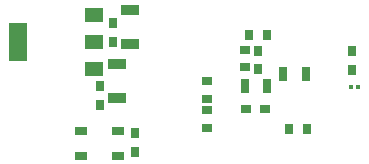
<source format=gbp>
G04*
G04 #@! TF.GenerationSoftware,Altium Limited,Altium Designer,22.7.1 (60)*
G04*
G04 Layer_Color=128*
%FSLAX25Y25*%
%MOIN*%
G70*
G04*
G04 #@! TF.SameCoordinates,1362A066-ECE3-457F-9539-8A17BD865AD3*
G04*
G04*
G04 #@! TF.FilePolarity,Positive*
G04*
G01*
G75*
%ADD16R,0.02756X0.03543*%
%ADD18R,0.03543X0.02756*%
%ADD19R,0.02756X0.05118*%
%ADD20R,0.03800X0.03100*%
%ADD22R,0.03100X0.03800*%
%ADD23R,0.01181X0.01181*%
%ADD53R,0.04134X0.02559*%
%ADD54R,0.06299X0.03543*%
%ADD55R,0.06299X0.12992*%
%ADD56R,0.06299X0.04724*%
D16*
X110531Y46949D02*
D03*
X116437D02*
D03*
X129626Y15354D02*
D03*
X123721D02*
D03*
D18*
X96457Y21654D02*
D03*
Y15748D02*
D03*
Y31496D02*
D03*
Y25591D02*
D03*
X109153Y36024D02*
D03*
Y41929D02*
D03*
D19*
X121850Y33858D02*
D03*
X129331D02*
D03*
X116437Y29724D02*
D03*
X108957D02*
D03*
D20*
X115650Y22244D02*
D03*
X109350D02*
D03*
D22*
X144685Y35236D02*
D03*
Y41536D02*
D03*
X72441Y7972D02*
D03*
Y14272D02*
D03*
X60630Y23622D02*
D03*
Y29922D02*
D03*
X64961Y50788D02*
D03*
Y44488D02*
D03*
X113386Y41634D02*
D03*
Y35334D02*
D03*
D23*
X144488Y29528D02*
D03*
X146850D02*
D03*
D53*
X54429Y6398D02*
D03*
X66831D02*
D03*
X54429Y14862D02*
D03*
X66831D02*
D03*
D54*
X70866Y55315D02*
D03*
Y43898D02*
D03*
X66535Y25787D02*
D03*
Y37205D02*
D03*
D55*
X33465Y44488D02*
D03*
D56*
X58661Y35433D02*
D03*
Y44488D02*
D03*
Y53543D02*
D03*
M02*

</source>
